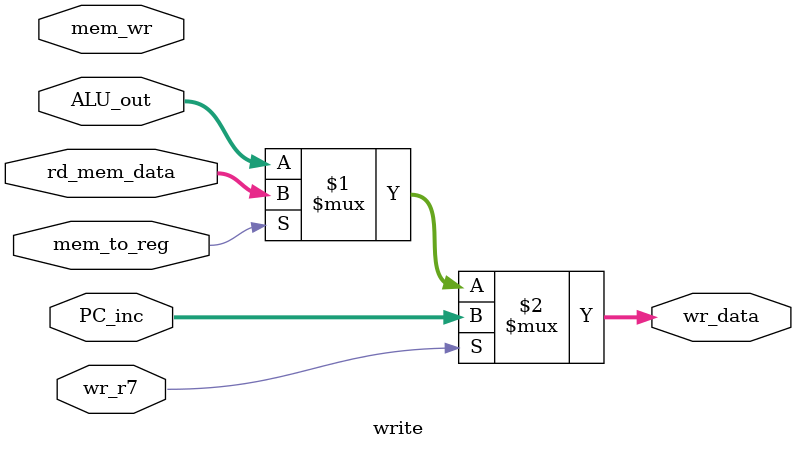
<source format=v>
module write(ALU_out, PC_inc, mem_to_reg, mem_wr, wr_data, wr_r7, rd_mem_data);

  input [15:0] ALU_out, PC_inc, rd_mem_data;
  input mem_wr, mem_to_reg, wr_r7;
  output [15:0] wr_data;

  assign wr_data = wr_r7 ? PC_inc :
                   mem_to_reg ? rd_mem_data :
                   ALU_out;

endmodule
</source>
